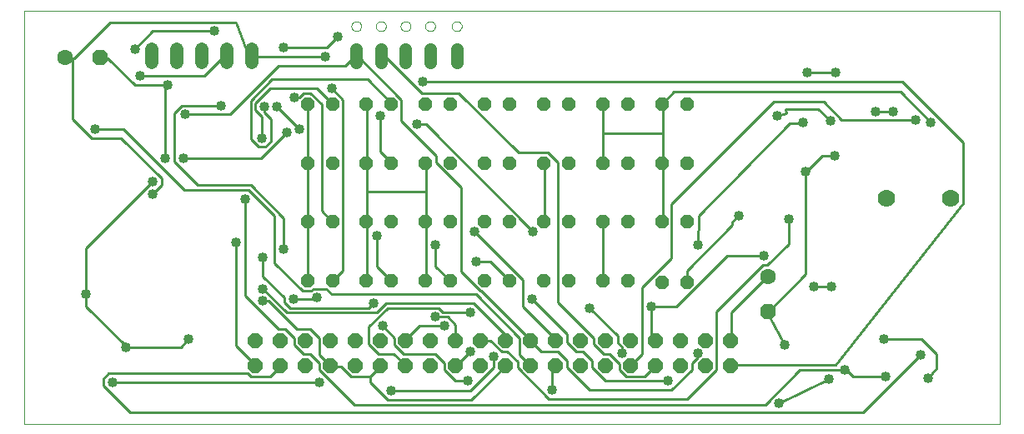
<source format=gbl>
G75*
%MOIN*%
%OFA0B0*%
%FSLAX24Y24*%
%IPPOS*%
%LPD*%
%AMOC8*
5,1,8,0,0,1.08239X$1,22.5*
%
%ADD10C,0.0000*%
%ADD11OC8,0.0520*%
%ADD12C,0.0520*%
%ADD13C,0.0515*%
%ADD14C,0.0700*%
%ADD15OC8,0.0600*%
%ADD16OC8,0.0630*%
%ADD17C,0.0630*%
%ADD18C,0.0100*%
%ADD19C,0.0400*%
D10*
X001732Y002173D02*
X001732Y018708D01*
X040708Y018708D01*
X040708Y002173D01*
X001732Y002173D01*
X014803Y018078D02*
X014805Y018105D01*
X014811Y018132D01*
X014820Y018158D01*
X014833Y018182D01*
X014849Y018205D01*
X014868Y018224D01*
X014890Y018241D01*
X014914Y018255D01*
X014939Y018265D01*
X014966Y018272D01*
X014993Y018275D01*
X015021Y018274D01*
X015048Y018269D01*
X015074Y018261D01*
X015098Y018249D01*
X015121Y018233D01*
X015142Y018215D01*
X015159Y018194D01*
X015174Y018170D01*
X015185Y018145D01*
X015193Y018119D01*
X015197Y018092D01*
X015197Y018064D01*
X015193Y018037D01*
X015185Y018011D01*
X015174Y017986D01*
X015159Y017962D01*
X015142Y017941D01*
X015121Y017923D01*
X015099Y017907D01*
X015074Y017895D01*
X015048Y017887D01*
X015021Y017882D01*
X014993Y017881D01*
X014966Y017884D01*
X014939Y017891D01*
X014914Y017901D01*
X014890Y017915D01*
X014868Y017932D01*
X014849Y017951D01*
X014833Y017974D01*
X014820Y017998D01*
X014811Y018024D01*
X014805Y018051D01*
X014803Y018078D01*
X015787Y018078D02*
X015789Y018105D01*
X015795Y018132D01*
X015804Y018158D01*
X015817Y018182D01*
X015833Y018205D01*
X015852Y018224D01*
X015874Y018241D01*
X015898Y018255D01*
X015923Y018265D01*
X015950Y018272D01*
X015977Y018275D01*
X016005Y018274D01*
X016032Y018269D01*
X016058Y018261D01*
X016082Y018249D01*
X016105Y018233D01*
X016126Y018215D01*
X016143Y018194D01*
X016158Y018170D01*
X016169Y018145D01*
X016177Y018119D01*
X016181Y018092D01*
X016181Y018064D01*
X016177Y018037D01*
X016169Y018011D01*
X016158Y017986D01*
X016143Y017962D01*
X016126Y017941D01*
X016105Y017923D01*
X016083Y017907D01*
X016058Y017895D01*
X016032Y017887D01*
X016005Y017882D01*
X015977Y017881D01*
X015950Y017884D01*
X015923Y017891D01*
X015898Y017901D01*
X015874Y017915D01*
X015852Y017932D01*
X015833Y017951D01*
X015817Y017974D01*
X015804Y017998D01*
X015795Y018024D01*
X015789Y018051D01*
X015787Y018078D01*
X016771Y018078D02*
X016773Y018105D01*
X016779Y018132D01*
X016788Y018158D01*
X016801Y018182D01*
X016817Y018205D01*
X016836Y018224D01*
X016858Y018241D01*
X016882Y018255D01*
X016907Y018265D01*
X016934Y018272D01*
X016961Y018275D01*
X016989Y018274D01*
X017016Y018269D01*
X017042Y018261D01*
X017066Y018249D01*
X017089Y018233D01*
X017110Y018215D01*
X017127Y018194D01*
X017142Y018170D01*
X017153Y018145D01*
X017161Y018119D01*
X017165Y018092D01*
X017165Y018064D01*
X017161Y018037D01*
X017153Y018011D01*
X017142Y017986D01*
X017127Y017962D01*
X017110Y017941D01*
X017089Y017923D01*
X017067Y017907D01*
X017042Y017895D01*
X017016Y017887D01*
X016989Y017882D01*
X016961Y017881D01*
X016934Y017884D01*
X016907Y017891D01*
X016882Y017901D01*
X016858Y017915D01*
X016836Y017932D01*
X016817Y017951D01*
X016801Y017974D01*
X016788Y017998D01*
X016779Y018024D01*
X016773Y018051D01*
X016771Y018078D01*
X017755Y018078D02*
X017757Y018105D01*
X017763Y018132D01*
X017772Y018158D01*
X017785Y018182D01*
X017801Y018205D01*
X017820Y018224D01*
X017842Y018241D01*
X017866Y018255D01*
X017891Y018265D01*
X017918Y018272D01*
X017945Y018275D01*
X017973Y018274D01*
X018000Y018269D01*
X018026Y018261D01*
X018050Y018249D01*
X018073Y018233D01*
X018094Y018215D01*
X018111Y018194D01*
X018126Y018170D01*
X018137Y018145D01*
X018145Y018119D01*
X018149Y018092D01*
X018149Y018064D01*
X018145Y018037D01*
X018137Y018011D01*
X018126Y017986D01*
X018111Y017962D01*
X018094Y017941D01*
X018073Y017923D01*
X018051Y017907D01*
X018026Y017895D01*
X018000Y017887D01*
X017973Y017882D01*
X017945Y017881D01*
X017918Y017884D01*
X017891Y017891D01*
X017866Y017901D01*
X017842Y017915D01*
X017820Y017932D01*
X017801Y017951D01*
X017785Y017974D01*
X017772Y017998D01*
X017763Y018024D01*
X017757Y018051D01*
X017755Y018078D01*
X018818Y018078D02*
X018820Y018105D01*
X018826Y018132D01*
X018835Y018158D01*
X018848Y018182D01*
X018864Y018205D01*
X018883Y018224D01*
X018905Y018241D01*
X018929Y018255D01*
X018954Y018265D01*
X018981Y018272D01*
X019008Y018275D01*
X019036Y018274D01*
X019063Y018269D01*
X019089Y018261D01*
X019113Y018249D01*
X019136Y018233D01*
X019157Y018215D01*
X019174Y018194D01*
X019189Y018170D01*
X019200Y018145D01*
X019208Y018119D01*
X019212Y018092D01*
X019212Y018064D01*
X019208Y018037D01*
X019200Y018011D01*
X019189Y017986D01*
X019174Y017962D01*
X019157Y017941D01*
X019136Y017923D01*
X019114Y017907D01*
X019089Y017895D01*
X019063Y017887D01*
X019036Y017882D01*
X019008Y017881D01*
X018981Y017884D01*
X018954Y017891D01*
X018929Y017901D01*
X018905Y017915D01*
X018883Y017932D01*
X018864Y017951D01*
X018848Y017974D01*
X018835Y017998D01*
X018826Y018024D01*
X018820Y018051D01*
X018818Y018078D01*
D11*
X018767Y014968D03*
X017767Y014968D03*
X016405Y014968D03*
X015405Y014968D03*
X014043Y014968D03*
X013043Y014968D03*
X013043Y012606D03*
X014043Y012606D03*
X015405Y012606D03*
X016405Y012606D03*
X017767Y012606D03*
X018767Y012606D03*
X020130Y012606D03*
X021130Y012606D03*
X022492Y012606D03*
X023492Y012606D03*
X024854Y012606D03*
X025854Y012606D03*
X027216Y012606D03*
X028216Y012606D03*
X028216Y014968D03*
X027216Y014968D03*
X025854Y014968D03*
X024854Y014968D03*
X023492Y014968D03*
X022492Y014968D03*
X021130Y014968D03*
X020130Y014968D03*
X020130Y010244D03*
X021130Y010244D03*
X022492Y010244D03*
X023492Y010244D03*
X024854Y010244D03*
X025854Y010244D03*
X027216Y010244D03*
X028216Y010244D03*
X028216Y007842D03*
X027216Y007842D03*
X025854Y007881D03*
X024854Y007881D03*
X023492Y007881D03*
X022492Y007881D03*
X021130Y007881D03*
X020130Y007881D03*
X018767Y007881D03*
X017767Y007881D03*
X016405Y007881D03*
X015405Y007881D03*
X014043Y007881D03*
X013043Y007881D03*
X013043Y010244D03*
X014043Y010244D03*
X015405Y010244D03*
X016405Y010244D03*
X017767Y010244D03*
X018767Y010244D03*
D12*
X010830Y016625D02*
X010830Y017145D01*
X009830Y017145D02*
X009830Y016625D01*
X008830Y016625D02*
X008830Y017145D01*
X007830Y017145D02*
X007830Y016625D01*
X006830Y016625D02*
X006830Y017145D01*
D13*
X015000Y017155D02*
X015000Y016640D01*
X015984Y016640D02*
X015984Y017155D01*
X016968Y017155D02*
X016968Y016640D01*
X017952Y016640D02*
X017952Y017155D01*
X019015Y017155D02*
X019015Y016640D01*
D14*
X036200Y011189D03*
X038760Y011189D03*
D15*
X029972Y005507D03*
X028972Y005507D03*
X027972Y005507D03*
X026972Y005507D03*
X025972Y005507D03*
X024972Y005507D03*
X023972Y005507D03*
X022972Y005507D03*
X021972Y005507D03*
X020972Y005507D03*
X019972Y005507D03*
X018972Y005507D03*
X017972Y005507D03*
X016972Y005507D03*
X015972Y005507D03*
X014972Y005507D03*
X013972Y005507D03*
X012972Y005507D03*
X011972Y005507D03*
X010972Y005507D03*
X010972Y004507D03*
X011972Y004507D03*
X012972Y004507D03*
X013972Y004507D03*
X014972Y004507D03*
X015972Y004507D03*
X016972Y004507D03*
X017972Y004507D03*
X018972Y004507D03*
X019972Y004507D03*
X020972Y004507D03*
X021972Y004507D03*
X022972Y004507D03*
X023972Y004507D03*
X024972Y004507D03*
X025972Y004507D03*
X026972Y004507D03*
X027972Y004507D03*
X028972Y004507D03*
X029972Y004507D03*
D16*
X031456Y006670D03*
X004755Y016819D03*
D17*
X003355Y016819D03*
X031456Y008070D03*
D18*
X031432Y008068D01*
X029992Y006628D01*
X029992Y005548D01*
X029972Y005507D01*
X028642Y005008D02*
X028642Y004828D01*
X028417Y004603D01*
X028417Y004333D01*
X027607Y003523D01*
X024322Y003523D01*
X023422Y004423D01*
X023422Y004693D01*
X023062Y005053D01*
X022387Y005053D01*
X021982Y005458D01*
X021972Y005507D01*
X021937Y005548D01*
X020002Y007483D01*
X019957Y007483D01*
X019192Y008248D01*
X019192Y011623D01*
X018202Y012613D01*
X018202Y012883D01*
X016807Y014278D01*
X016807Y015133D01*
X015052Y016888D01*
X015000Y016897D01*
X014962Y016888D01*
X014557Y016483D01*
X011902Y016483D01*
X009967Y014548D01*
X008167Y014548D01*
X008032Y014908D02*
X007717Y014593D01*
X007717Y012658D01*
X008662Y011713D01*
X010777Y011713D01*
X012082Y010408D01*
X012082Y009148D01*
X011272Y008833D02*
X011272Y008068D01*
X012127Y007213D01*
X012127Y007033D01*
X012352Y006808D01*
X015502Y006808D01*
X015682Y006988D01*
X015817Y006628D02*
X016177Y006988D01*
X019687Y006988D01*
X020947Y005728D01*
X020947Y005548D01*
X020972Y005507D01*
X020812Y005053D02*
X020362Y005503D01*
X020002Y005503D01*
X019972Y005507D01*
X019552Y005053D02*
X019012Y004513D01*
X018972Y004507D01*
X018517Y004603D02*
X018517Y004333D01*
X018967Y003883D01*
X019462Y003883D01*
X019552Y003478D02*
X020497Y004423D01*
X020497Y004873D01*
X020812Y005053D02*
X021037Y005053D01*
X021442Y004648D01*
X021442Y004423D01*
X022702Y003163D01*
X028237Y003163D01*
X029407Y004333D01*
X029407Y006673D01*
X031252Y008518D01*
X031432Y008518D01*
X032287Y009373D01*
X032287Y010363D01*
X030275Y010480D02*
X030039Y010244D01*
X030039Y010126D01*
X028216Y008303D01*
X028216Y007842D01*
X027787Y006853D02*
X026797Y006853D01*
X026797Y005683D01*
X026932Y005548D01*
X026972Y005507D01*
X026437Y004963D02*
X025987Y004513D01*
X025972Y004507D01*
X025537Y004558D02*
X025537Y004333D01*
X025807Y004063D01*
X026527Y004063D01*
X026932Y004468D01*
X026972Y004507D01*
X026437Y004963D02*
X026437Y007618D01*
X027607Y008788D01*
X027607Y010948D01*
X031702Y015043D01*
X033682Y015043D01*
X034402Y014323D01*
X037372Y014323D01*
X037957Y014233D02*
X036742Y015448D01*
X027697Y015448D01*
X027247Y014998D01*
X027216Y014968D01*
X027247Y014953D01*
X027247Y013783D01*
X024862Y013783D01*
X024862Y014953D01*
X024854Y014968D01*
X024862Y013783D02*
X024862Y012613D01*
X024854Y012606D01*
X023062Y012613D02*
X023062Y007033D01*
X024502Y005593D01*
X024502Y005368D01*
X024907Y004963D01*
X025132Y004963D01*
X025537Y004558D01*
X025627Y005008D02*
X025627Y005233D01*
X025447Y005413D01*
X025447Y005683D01*
X024322Y006808D01*
X023422Y005773D02*
X022027Y007168D01*
X021667Y006853D02*
X022972Y005548D01*
X022972Y005507D01*
X023422Y005413D02*
X023422Y005773D01*
X023422Y005413D02*
X023782Y005053D01*
X024052Y005053D01*
X024412Y004693D01*
X024412Y004423D01*
X024952Y003883D01*
X027472Y003883D01*
X029972Y004507D02*
X029992Y004513D01*
X034160Y004513D01*
X039262Y010993D01*
X039262Y013423D01*
X036832Y015853D01*
X017662Y015853D01*
X017617Y015403D02*
X019102Y015403D01*
X021487Y013018D01*
X022657Y013018D01*
X023062Y012613D01*
X022522Y012568D02*
X022492Y012606D01*
X022522Y012568D02*
X022522Y010273D01*
X022492Y010244D01*
X022072Y009868D02*
X017797Y014143D01*
X017437Y014143D01*
X016405Y014968D02*
X016402Y014998D01*
X015457Y015943D01*
X011632Y015943D01*
X010777Y015088D01*
X010777Y013558D01*
X011092Y013243D01*
X011362Y013243D01*
X011587Y013468D01*
X011587Y014368D01*
X011317Y014638D01*
X011317Y014863D01*
X010957Y014998D02*
X010957Y014728D01*
X011227Y014458D01*
X011227Y013603D01*
X011182Y012793D02*
X012217Y013828D01*
X012712Y013963D02*
X011812Y014863D01*
X011542Y015583D02*
X010957Y014998D01*
X011542Y015583D02*
X013432Y015583D01*
X014017Y014998D01*
X014043Y014968D01*
X013612Y014953D02*
X013612Y010678D01*
X014017Y010273D01*
X014043Y010244D01*
X013072Y010228D02*
X013043Y010244D01*
X013072Y010273D01*
X013072Y012568D01*
X013043Y012606D01*
X013072Y012613D01*
X013072Y014953D01*
X013043Y014968D01*
X013162Y015403D02*
X013612Y014953D01*
X013162Y015403D02*
X012892Y015403D01*
X012712Y015223D01*
X012532Y015223D01*
X014017Y015583D02*
X014467Y015133D01*
X014467Y008293D01*
X014062Y007888D01*
X014043Y007881D01*
X013792Y007573D02*
X014017Y007348D01*
X019777Y007348D01*
X021532Y005593D01*
X021532Y004918D01*
X021937Y004513D01*
X021972Y004507D01*
X022837Y004333D02*
X022972Y004468D01*
X022972Y004507D01*
X022837Y004333D02*
X022837Y003523D01*
X020972Y004507D02*
X020947Y004468D01*
X019597Y003118D01*
X016267Y003118D01*
X015547Y003838D01*
X015547Y004063D01*
X015952Y004468D01*
X015972Y004507D01*
X015907Y004963D02*
X016492Y004963D01*
X016942Y004513D01*
X016972Y004507D01*
X016897Y004963D02*
X018157Y004963D01*
X018517Y004603D01*
X016897Y004963D02*
X016537Y005323D01*
X016537Y005593D01*
X016042Y006088D01*
X015502Y006043D02*
X015502Y005368D01*
X015907Y004963D01*
X016972Y005507D02*
X016987Y005548D01*
X017527Y006088D01*
X018517Y006088D01*
X018652Y006448D02*
X018967Y006133D01*
X018967Y005548D01*
X018972Y005507D01*
X018652Y006448D02*
X018157Y006448D01*
X018472Y006628D02*
X018292Y006808D01*
X016267Y006808D01*
X015502Y006043D01*
X015817Y006628D02*
X012217Y006628D01*
X011272Y007573D01*
X011272Y007078D02*
X011497Y007078D01*
X012622Y005953D01*
X013162Y005953D01*
X013522Y005593D01*
X013522Y004918D01*
X013927Y004513D01*
X013972Y004507D01*
X014017Y004468D01*
X014377Y004468D01*
X014782Y004063D01*
X015547Y004063D01*
X016402Y003478D02*
X019552Y003478D01*
X014917Y002938D02*
X031342Y002938D01*
X032737Y004333D01*
X034537Y004333D01*
X034582Y004333D01*
X034852Y004063D01*
X036157Y004063D01*
X037552Y004918D02*
X035257Y002623D01*
X005962Y002623D01*
X004882Y003703D01*
X004882Y003973D01*
X005107Y004198D01*
X010642Y004198D01*
X010777Y004063D01*
X011542Y004063D01*
X011947Y004468D01*
X011972Y004507D01*
X012532Y005323D02*
X012892Y004963D01*
X013162Y004963D01*
X013522Y004603D01*
X013522Y004333D01*
X014917Y002938D01*
X013522Y003838D02*
X005242Y003838D01*
X005782Y005233D02*
X005782Y005278D01*
X004207Y006853D01*
X004207Y007348D01*
X004207Y009193D01*
X006862Y011848D01*
X007222Y011983D02*
X005602Y013603D01*
X004432Y013603D01*
X003667Y014368D01*
X003667Y016798D01*
X003355Y016819D01*
X003712Y016798D01*
X005152Y018238D01*
X010203Y018238D01*
X010687Y016888D01*
X010830Y016885D01*
X010732Y016843D01*
X013747Y016843D01*
X013819Y017212D02*
X014252Y017645D01*
X013819Y017212D02*
X012086Y017212D01*
X009830Y016885D02*
X009697Y016843D01*
X008932Y016078D01*
X006367Y016078D01*
X006142Y015718D02*
X005062Y016798D01*
X004755Y016819D01*
X006142Y017158D02*
X006862Y017878D01*
X009320Y017878D01*
X007447Y015718D02*
X006142Y015718D01*
X007357Y015673D02*
X007447Y015718D01*
X007357Y015673D02*
X007357Y012793D01*
X008077Y012793D02*
X011182Y012793D01*
X010687Y011533D02*
X011722Y010498D01*
X011722Y008608D01*
X012847Y007483D01*
X013207Y007483D01*
X013297Y007573D01*
X013792Y007573D01*
X013072Y007888D02*
X013043Y007881D01*
X013072Y007888D02*
X013072Y010228D01*
X015405Y010244D02*
X015412Y010273D01*
X015412Y011443D01*
X017797Y011443D01*
X017797Y012568D01*
X017767Y012606D01*
X016405Y012606D02*
X016402Y012613D01*
X015952Y013063D01*
X015952Y014503D01*
X015412Y014953D02*
X015405Y014968D01*
X015412Y014953D02*
X015412Y012658D01*
X015405Y012606D01*
X015412Y012568D01*
X015412Y011443D01*
X015405Y010244D02*
X015412Y010228D01*
X015412Y007888D01*
X015405Y007881D01*
X015817Y008473D02*
X016402Y007888D01*
X016405Y007881D01*
X015817Y008473D02*
X015817Y009688D01*
X017767Y010244D02*
X017797Y010273D01*
X017797Y011443D01*
X017767Y010244D02*
X017797Y010228D01*
X017797Y007888D01*
X017767Y007881D01*
X018157Y008473D02*
X018742Y007888D01*
X018767Y007881D01*
X018157Y008473D02*
X018157Y009328D01*
X019732Y009868D02*
X021667Y007933D01*
X021667Y006853D01*
X021130Y007881D02*
X021127Y007888D01*
X020362Y008653D01*
X019777Y008653D01*
X019552Y006628D02*
X018472Y006628D01*
X013432Y007213D02*
X013387Y007168D01*
X012487Y007168D01*
X011902Y005953D02*
X010552Y007303D01*
X010552Y011173D01*
X010687Y011533D02*
X008122Y011533D01*
X005692Y013963D01*
X004567Y013963D01*
X008032Y014908D02*
X009584Y014908D01*
X007222Y011983D02*
X007222Y011713D01*
X006862Y011353D01*
X010192Y009418D02*
X010192Y005278D01*
X010957Y004513D01*
X010972Y004507D01*
X012532Y005323D02*
X012532Y005593D01*
X012172Y005953D01*
X011902Y005953D01*
X008302Y005548D02*
X007987Y005233D01*
X005782Y005233D01*
X024854Y007881D02*
X024862Y007888D01*
X024862Y010228D01*
X024854Y010244D01*
X027216Y010244D02*
X027247Y010273D01*
X027247Y012568D01*
X027216Y012606D01*
X027247Y012613D01*
X027247Y013783D01*
X031837Y014486D02*
X032180Y014604D01*
X032152Y014773D01*
X033457Y014773D01*
X033952Y014278D01*
X032872Y014233D02*
X032591Y014199D01*
X032321Y014199D01*
X028681Y010481D01*
X028642Y009328D01*
X029812Y008878D02*
X027787Y006853D01*
X031456Y006670D02*
X031477Y006628D01*
X031477Y006493D01*
X032129Y005329D01*
X031477Y006673D02*
X031456Y006670D01*
X031477Y006673D02*
X032962Y008158D01*
X032962Y012253D01*
X033007Y012253D01*
X033637Y012883D01*
X034132Y012883D01*
X035748Y014653D02*
X036456Y014653D01*
X034173Y016228D02*
X033031Y016228D01*
X031297Y008878D02*
X029812Y008878D01*
X033277Y007663D02*
X033997Y007663D01*
X036102Y005559D02*
X037598Y005559D01*
X038189Y004968D01*
X038189Y004378D01*
X037874Y003984D01*
X033896Y003973D02*
X031882Y002983D01*
X017617Y015403D02*
X016132Y016888D01*
X015997Y016888D01*
X015984Y016897D01*
D19*
X014252Y017645D03*
X013747Y016843D03*
X012086Y017212D03*
X009320Y017878D03*
X006142Y017158D03*
X006367Y016078D03*
X007447Y015718D03*
X008167Y014548D03*
X009584Y014908D03*
X011317Y014863D03*
X011812Y014863D03*
X012532Y015223D03*
X014017Y015583D03*
X015952Y014503D03*
X017437Y014143D03*
X017662Y015853D03*
X012712Y013963D03*
X012217Y013828D03*
X011227Y013603D03*
X008077Y012793D03*
X007357Y012793D03*
X006862Y011848D03*
X006862Y011353D03*
X010552Y011173D03*
X010192Y009418D03*
X011272Y008833D03*
X012082Y009148D03*
X011272Y007573D03*
X011272Y007078D03*
X012487Y007168D03*
X013432Y007213D03*
X015682Y006988D03*
X016042Y006088D03*
X018157Y006448D03*
X018517Y006088D03*
X019552Y006628D03*
X022027Y007168D03*
X024322Y006808D03*
X026797Y006853D03*
X025627Y005008D03*
X027472Y003883D03*
X028642Y005008D03*
X032129Y005329D03*
X033896Y003973D03*
X034537Y004333D03*
X036157Y004063D03*
X037552Y004918D03*
X037874Y003984D03*
X036102Y005559D03*
X033997Y007663D03*
X033277Y007663D03*
X031297Y008878D03*
X028642Y009328D03*
X030275Y010480D03*
X032287Y010363D03*
X032962Y012253D03*
X034132Y012883D03*
X033952Y014278D03*
X032872Y014233D03*
X031837Y014486D03*
X033031Y016228D03*
X034173Y016228D03*
X035748Y014653D03*
X036456Y014653D03*
X037372Y014323D03*
X037957Y014233D03*
X022072Y009868D03*
X019732Y009868D03*
X018157Y009328D03*
X019777Y008653D03*
X015817Y009688D03*
X008302Y005548D03*
X005782Y005233D03*
X005242Y003838D03*
X004207Y007348D03*
X013522Y003838D03*
X016402Y003478D03*
X019462Y003883D03*
X019552Y005053D03*
X020497Y004873D03*
X022837Y003523D03*
X031882Y002983D03*
X004567Y013963D03*
M02*

</source>
